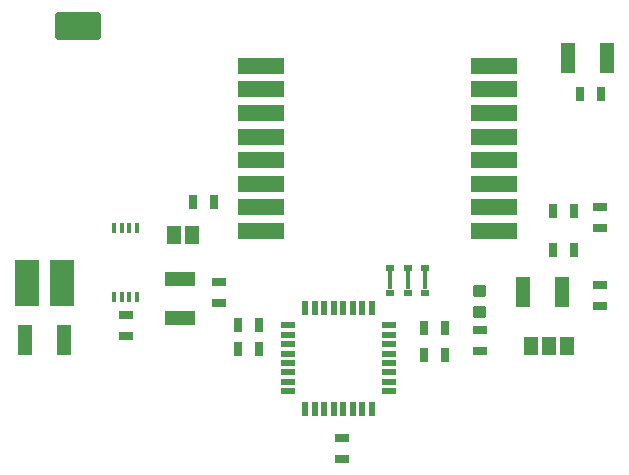
<source format=gtp>
G75*
%MOIN*%
%OFA0B0*%
%FSLAX25Y25*%
%IPPOS*%
%LPD*%
%AMOC8*
5,1,8,0,0,1.08239X$1,22.5*
%
%ADD10R,0.15748X0.05512*%
%ADD11R,0.04724X0.09843*%
%ADD12R,0.09843X0.04724*%
%ADD13R,0.07874X0.15748*%
%ADD14R,0.01575X0.03543*%
%ADD15R,0.04724X0.03150*%
%ADD16R,0.03150X0.04724*%
%ADD17R,0.04600X0.06300*%
%ADD18R,0.01575X0.06299*%
%ADD19R,0.03150X0.01969*%
%ADD20C,0.02362*%
%ADD21R,0.05000X0.02200*%
%ADD22R,0.02200X0.05000*%
%ADD23C,0.01181*%
D10*
X0100020Y0088241D03*
X0100020Y0096115D03*
X0100020Y0103989D03*
X0100020Y0111863D03*
X0100020Y0119737D03*
X0100020Y0127611D03*
X0100020Y0135485D03*
X0100020Y0143359D03*
X0177580Y0143359D03*
X0177580Y0135485D03*
X0177580Y0127611D03*
X0177580Y0119737D03*
X0177580Y0111863D03*
X0177580Y0103989D03*
X0177580Y0096115D03*
X0177580Y0088241D03*
D11*
X0021304Y0051800D03*
X0034296Y0051800D03*
X0187304Y0067800D03*
X0200296Y0067800D03*
X0202304Y0145800D03*
X0215296Y0145800D03*
D12*
X0072800Y0072296D03*
X0072800Y0059304D03*
D13*
X0033706Y0070800D03*
X0021894Y0070800D03*
D14*
X0050961Y0066383D03*
X0053520Y0066383D03*
X0056080Y0066383D03*
X0058639Y0066383D03*
X0058639Y0089217D03*
X0056080Y0089217D03*
X0053520Y0089217D03*
X0050961Y0089217D03*
D15*
X0085800Y0071343D03*
X0085800Y0064257D03*
X0054800Y0060343D03*
X0054800Y0053257D03*
X0126800Y0019343D03*
X0126800Y0012257D03*
X0172800Y0048257D03*
X0172800Y0055343D03*
X0212800Y0063257D03*
X0212800Y0070343D03*
X0212800Y0089257D03*
X0212800Y0096343D03*
D16*
X0204343Y0094800D03*
X0197257Y0094800D03*
X0197257Y0081800D03*
X0204343Y0081800D03*
X0161343Y0055800D03*
X0154257Y0055800D03*
X0154257Y0046800D03*
X0161343Y0046800D03*
X0099343Y0048800D03*
X0092257Y0048800D03*
X0092257Y0056800D03*
X0099343Y0056800D03*
X0084343Y0097800D03*
X0077257Y0097800D03*
X0206257Y0133800D03*
X0213343Y0133800D03*
D17*
X0201800Y0049800D03*
X0195800Y0049800D03*
X0189800Y0049800D03*
X0076800Y0086800D03*
X0070800Y0086800D03*
D18*
X0142894Y0071800D03*
X0148800Y0071800D03*
X0154706Y0071800D03*
D19*
X0154706Y0067666D03*
X0148800Y0067666D03*
X0142894Y0067666D03*
X0142894Y0075934D03*
X0148800Y0075934D03*
X0154706Y0075934D03*
D20*
X0045296Y0153257D02*
X0032304Y0153257D01*
X0032304Y0160343D01*
X0045296Y0160343D01*
X0045296Y0153257D01*
X0045296Y0155618D02*
X0032304Y0155618D01*
X0032304Y0157979D02*
X0045296Y0157979D01*
X0045296Y0160340D02*
X0032304Y0160340D01*
D21*
X0108900Y0056824D03*
X0108900Y0053674D03*
X0108900Y0050524D03*
X0108900Y0047375D03*
X0108900Y0044225D03*
X0108900Y0041076D03*
X0108900Y0037926D03*
X0108900Y0034776D03*
X0142700Y0034776D03*
X0142700Y0037926D03*
X0142700Y0041076D03*
X0142700Y0044225D03*
X0142700Y0047375D03*
X0142700Y0050524D03*
X0142700Y0053674D03*
X0142700Y0056824D03*
D22*
X0136824Y0062700D03*
X0133674Y0062700D03*
X0130524Y0062700D03*
X0127375Y0062700D03*
X0124225Y0062700D03*
X0121076Y0062700D03*
X0117926Y0062700D03*
X0114776Y0062700D03*
X0114776Y0028900D03*
X0117926Y0028900D03*
X0121076Y0028900D03*
X0124225Y0028900D03*
X0127375Y0028900D03*
X0130524Y0028900D03*
X0133674Y0028900D03*
X0136824Y0028900D03*
D23*
X0171422Y0059969D02*
X0174178Y0059969D01*
X0171422Y0059969D02*
X0171422Y0062725D01*
X0174178Y0062725D01*
X0174178Y0059969D01*
X0174178Y0061149D02*
X0171422Y0061149D01*
X0171422Y0062329D02*
X0174178Y0062329D01*
X0174178Y0066875D02*
X0171422Y0066875D01*
X0171422Y0069631D01*
X0174178Y0069631D01*
X0174178Y0066875D01*
X0174178Y0068055D02*
X0171422Y0068055D01*
X0171422Y0069235D02*
X0174178Y0069235D01*
M02*

</source>
